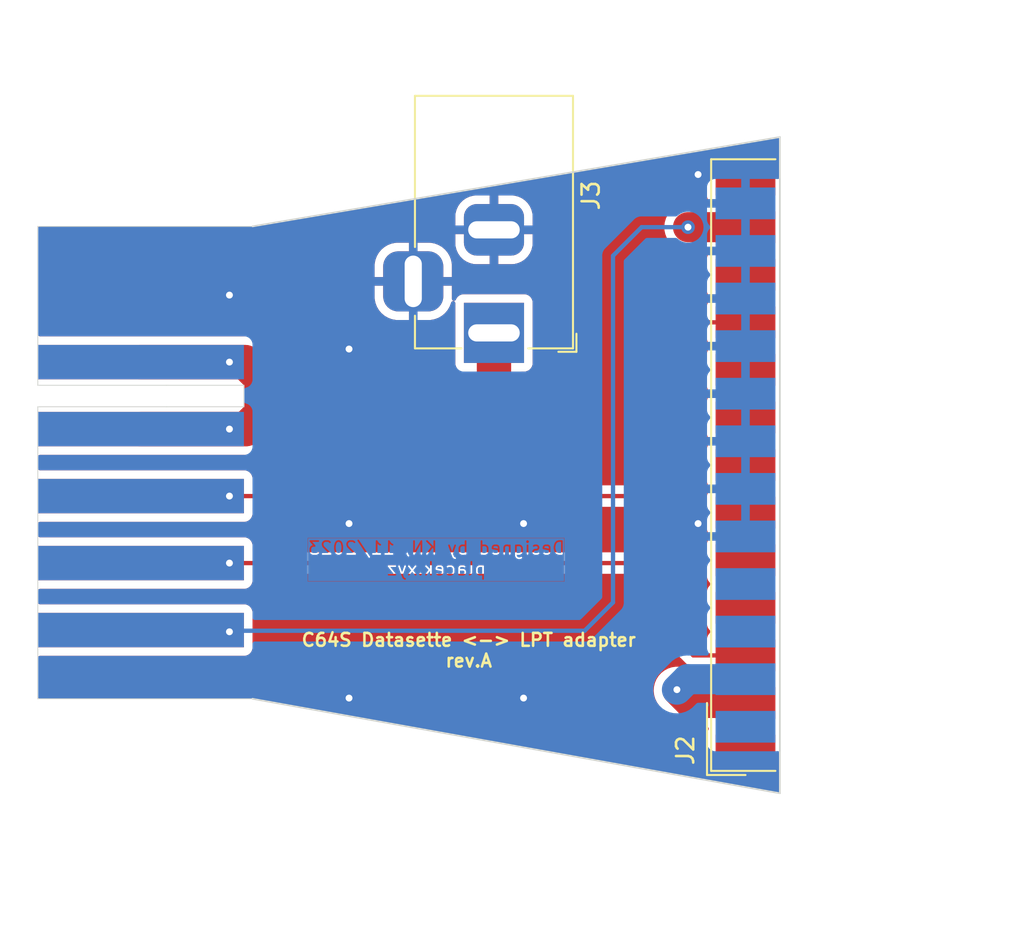
<source format=kicad_pcb>
(kicad_pcb (version 20221018) (generator pcbnew)
  (layers (0 "F.Cu" signal) (31 "B.Cu" signal) (34 "B.Paste" user) (35 "F.Paste" user) (36 "B.SilkS" user "B.Silkscreen") (37 "F.SilkS" user "F.Silkscreen") (38 "B.Mask" user) (39 "F.Mask" user) (44 "Edge.Cuts" user))
  (net 0 "")
  (net 2 "Net-(J1-Read)")
  (net 9 "Net-(J1-Write)")
  (net 11 "Net-(J1-Sense)")
  (net 16 "GND")
  (net 17 "+5V")
  (net 18 "Net-(J2-P15)")
  (footprint "Connector_Dsub:DSUB-25_Male_EdgeMount_P2.77mm" (layer "F.Cu") (at 165.0425 97.895 90)
    (fp_text reference "J2" (at -16.605 -3.5 90) (layer "F.SilkS"))
    (fp_text value "DB25_Plug" hide)
    (fp_line (start -18.043333 -2.24) (end -13.85 -2.24) (stroke (width 0.12)) (layer "F.SilkS"))
    (fp_line (start -18.043333 0) (end -18.043333 -2.24) (stroke (width 0.12)) (layer "F.SilkS"))
    (fp_line (start -17.803333 -2) (end -17.803333 1.74) (stroke (width 0.12)) (layer "F.SilkS"))
    (fp_line (start 17.803333 -2) (end -17.803333 -2) (stroke (width 0.12)) (layer "F.SilkS"))
    (fp_line (start 17.803333 1.74) (end 17.803333 -2) (stroke (width 0.12)) (layer "F.SilkS"))
    (pad "1" smd rect (at -16.62 0 90) (size 1.846667 3.48) (layers "F.Cu" "F.Paste" "F.Mask"))
    (pad "2" smd rect (at -13.85 0 90) (size 1.846667 3.48) (layers "F.Cu" "F.Paste" "F.Mask") (net 18 "Net-(J2-P15)"))
    (pad "3" smd rect (at -11.08 0 90) (size 1.846667 3.48) (layers "F.Cu" "F.Paste" "F.Mask") (net 9 "Net-(J1-Write)"))
    (pad "4" smd rect (at -8.31 0 90) (size 1.846667 3.48) (layers "F.Cu" "F.Paste" "F.Mask"))
    (pad "5" smd rect (at -5.54 0 90) (size 1.846667 3.48) (layers "F.Cu" "F.Paste" "F.Mask"))
    (pad "6" smd rect (at -2.77 0 90) (size 1.846667 3.48) (layers "F.Cu" "F.Paste" "F.Mask"))
    (pad "7" smd rect (at 0 0 90) (size 1.846667 3.48) (layers "F.Cu" "F.Paste" "F.Mask"))
    (pad "8" smd rect (at 2.77 0 90) (size 1.846667 3.48) (layers "F.Cu" "F.Paste" "F.Mask"))
    (pad "9" smd rect (at 5.54 0 90) (size 1.846667 3.48) (layers "F.Cu" "F.Paste" "F.Mask"))
    (pad "10" smd rect (at 8.31 0 90) (size 1.846667 3.48) (layers "F.Cu" "F.Paste" "F.Mask") (net 2 "Net-(J1-Read)"))
    (pad "11" smd rect (at 11.08 0 90) (size 1.846667 3.48) (layers "F.Cu" "F.Paste" "F.Mask"))
    (pad "12" smd rect (at 13.85 0 90) (size 1.846667 3.48) (layers "F.Cu" "F.Paste" "F.Mask") (net 11 "Net-(J1-Sense)"))
    (pad "13" smd rect (at 16.62 0 90) (size 1.846667 3.48) (layers "F.Cu" "F.Paste" "F.Mask"))
    (pad "14" smd rect (at -15.235 0 90) (size 1.846667 3.48) (layers "B.Cu" "B.Paste" "B.Mask"))
    (pad "15" smd rect (at -12.465 0 90) (size 1.846667 3.48) (layers "B.Cu" "B.Paste" "B.Mask") (net 18 "Net-(J2-P15)"))
    (pad "16" smd rect (at -9.695 0 90) (size 1.846667 3.48) (layers "B.Cu" "B.Paste" "B.Mask"))
    (pad "17" smd rect (at -6.925 0 90) (size 1.846667 3.48) (layers "B.Cu" "B.Paste" "B.Mask"))
    (pad "18" smd rect (at -4.155 0 90) (size 1.846667 3.48) (layers "B.Cu" "B.Paste" "B.Mask") (net 16 "GND"))
    (pad "19" smd rect (at -1.385 0 90) (size 1.846667 3.48) (layers "B.Cu" "B.Paste" "B.Mask") (net 16 "GND"))
    (pad "20" smd rect (at 1.385 0 90) (size 1.846667 3.48) (layers "B.Cu" "B.Paste" "B.Mask") (net 16 "GND"))
    (pad "21" smd rect (at 4.155 0 90) (size 1.846667 3.48) (layers "B.Cu" "B.Paste" "B.Mask") (net 16 "GND"))
    (pad "22" smd rect (at 6.925 0 90) (size 1.846667 3.48) (layers "B.Cu" "B.Paste" "B.Mask") (net 16 "GND"))
    (pad "23" smd rect (at 9.695 0 90) (size 1.846667 3.48) (layers "B.Cu" "B.Paste" "B.Mask") (net 16 "GND"))
    (pad "24" smd rect (at 12.465 0 90) (size 1.846667 3.48) (layers "B.Cu" "B.Paste" "B.Mask") (net 16 "GND"))
    (pad "25" smd rect (at 15.235 0 90) (size 1.846667 3.48) (layers "B.Cu" "B.Paste" "B.Mask") (net 16 "GND"))
  )
  (footprint "Connector_BarrelJack:BarrelJack_Horizontal" (layer "F.Cu") (at 150.4 90.2 -90)
    (fp_text reference "J3" (at -8 -5.6425 90) (layer "F.SilkS"))
    (fp_text value "Barrel_Jack_Switch" hide)
    (fp_line (start -13.8 -4.6) (end 0.9 -4.6) (stroke (width 0.12)) (layer "F.SilkS"))
    (fp_line (start -13.8 4.6) (end -13.8 -4.6) (stroke (width 0.12)) (layer "F.SilkS"))
    (fp_line (start -5 4.6) (end -13.8 4.6) (stroke (width 0.12)) (layer "F.SilkS"))
    (fp_line (start 0.05 -4.8) (end 1.1 -4.8) (stroke (width 0.12)) (layer "F.SilkS"))
    (fp_line (start 0.9 -4.6) (end 0.9 -2) (stroke (width 0.12)) (layer "F.SilkS"))
    (fp_line (start 0.9 1.9) (end 0.9 4.6) (stroke (width 0.12)) (layer "F.SilkS"))
    (fp_line (start 0.9 4.6) (end -1 4.6) (stroke (width 0.12)) (layer "F.SilkS"))
    (fp_line (start 1.1 -3.75) (end 1.1 -4.8) (stroke (width 0.12)) (layer "F.SilkS"))
    (pad "1" thru_hole rect (at 0 0 270) (size 3.5 3.5) (drill oval 1 3) (layers "*.Cu" "*.Mask") (net 17 "+5V"))
    (pad "2" thru_hole roundrect (at -6 0 270) (size 3 3.5) (drill oval 1 3) (layers "*.Cu" "*.Mask") (net 16 "GND"))
    (pad "3" thru_hole roundrect (at -3 4.7 270) (size 3.5 3.5) (drill oval 3 1) (layers "*.Cu" "*.Mask") (net 16 "GND"))
  )
  (footprint "C64_Datasette_Connector:C64_Datasette_Connector" (layer "B.Cu") (at 123.8425 84 -90)
    (fp_text reference "J1" hide)
    (fp_text value "DATASETTE PORT" hide)
    (fp_line (start 0 -12.5) (end 0 0) (stroke (width 0.05)) (layer "Edge.Cuts"))
    (fp_line (start 0 0) (end 9.25 0) (stroke (width 0.05)) (layer "Edge.Cuts"))
    (fp_line (start 9.25 -12) (end 10.5 -12) (stroke (width 0.05)) (layer "Edge.Cuts"))
    (fp_line (start 9.25 -7.5) (end 9.25 -12) (stroke (width 0.05)) (layer "Edge.Cuts"))
    (fp_line (start 9.25 0) (end 9.25 -7.5) (stroke (width 0.05)) (layer "Edge.Cuts"))
    (fp_line (start 10.5 -7.5) (end 10.5 -12) (stroke (width 0.05)) (layer "Edge.Cuts"))
    (fp_line (start 10.5 -7.5) (end 10.5 0) (stroke (width 0.05)) (layer "Edge.Cuts"))
    (fp_line (start 10.5 0) (end 27.5 0) (stroke (width 0.05)) (layer "Edge.Cuts"))
    (fp_line (start 27.5 0) (end 27.5 -12.5) (stroke (width 0.05)) (layer "Edge.Cuts"))
    (pad "1" connect rect (at 4 -6 270) (size 2 12) (layers "*.Mask" "F.Cu") (net 16 "GND"))
    (pad "1" connect rect (at 4 -6 90) (size 2 12) (layers "*.Mask" "F.Cu") (net 16 "GND"))
    (pad "2" connect rect (at 7.9 -6 90) (size 2 12) (layers "*.Mask" "F.Cu") (net 17 "+5V"))
    (pad "2" connect rect (at 7.9 -6 270) (size 2 12) (layers "*.Mask" "B.Cu") (net 17 "+5V"))
    (pad "3" connect rect (at 11.8 -6 90) (size 2 12) (layers "*.Mask" "F.Cu") (net 17 "+5V"))
    (pad "3" connect rect (at 11.8 -6 270) (size 2 12) (layers "*.Mask" "B.Cu") (net 17 "+5V"))
    (pad "4" connect rect (at 15.7 -6 90) (size 2 12) (layers "*.Mask" "F.Cu") (net 2 "Net-(J1-Read)"))
    (pad "4" connect rect (at 15.7 -6 270) (size 2 12) (layers "*.Mask" "B.Cu") (net 2 "Net-(J1-Read)"))
    (pad "5" connect rect (at 19.6 -6 90) (size 2 12) (layers "*.Mask" "F.Cu") (net 9 "Net-(J1-Write)"))
    (pad "5" connect rect (at 19.6 -6 270) (size 2 12) (layers "*.Mask" "B.Cu") (net 9 "Net-(J1-Write)"))
    (pad "6" connect rect (at 23.5 -6 90) (size 2 12) (layers "*.Mask" "F.Cu") (net 11 "Net-(J1-Sense)"))
    (pad "6" connect rect (at 23.5 -6 270) (size 2 12) (layers "*.Mask" "B.Cu") (net 11 "Net-(J1-Sense)"))
  )
  (footprint "LOGO" (layer "B.Cu") (at 147.05 97.31 180)
    (fp_text reference "G***" hide)
    (fp_text value "LOGO" hide)
  )
  (gr_line (start 167.0425 117) (end 167.0425 78.8) (stroke (width 0.1)) (layer "Edge.Cuts"))
  (gr_line (start 136.3425 111.5) (end 167.0425 117) (stroke (width 0.1)) (layer "Edge.Cuts"))
  (gr_line (start 167.0425 78.8) (end 136.3425 84) (stroke (width 0.1)) (layer "Edge.Cuts"))
  (gr_text "Designed by KN, 11/2023\nplacek.xyz\n" (at 147.05 103.33) (layer "B.Cu" knockout) (effects (font (size 0.75 0.75) (thickness 0.1)) (justify mirror)))
  (gr_text "C64S Datasette <-> LPT adapter\nrev.A" (at 148.93 108.68) (layer "F.SilkS") (effects (font (size 0.75 0.75))))
  (segment (start 162.485 89.585) (end 160.97 91.1) (width 0.25) (layer "F.Cu") (net 2))
  (segment (start 165.0425 89.585) (end 162.485 89.585) (width 0.25) (layer "F.Cu") (net 2))
  (segment (start 159.43 99.7) (end 129.8425 99.7) (width 0.25) (layer "F.Cu") (net 2))
  (segment (start 160.97 91.1) (end 160.97 98.16) (width 0.25) (layer "F.Cu") (net 2))
  (segment (start 160.97 98.16) (end 159.43 99.7) (width 0.25) (layer "F.Cu") (net 2))
  (via (at 135 99.7) (size 0.8) (drill 0.4) (layers "F.Cu" "B.Cu") (net 2))
  (segment (start 159.37 103.6) (end 129.8425 103.6) (width 0.25) (layer "F.Cu") (net 9))
  (segment (start 160.91 107.88) (end 160.91 105.14) (width 0.25) (layer "F.Cu") (net 9))
  (segment (start 160.91 105.14) (end 159.37 103.6) (width 0.25) (layer "F.Cu") (net 9))
  (segment (start 165.0425 108.975) (end 162.005 108.975) (width 0.25) (layer "F.Cu") (net 9))
  (segment (start 162.005 108.975) (end 160.91 107.88) (width 0.25) (layer "F.Cu") (net 9))
  (via (at 135 103.6) (size 0.8) (drill 0.4) (layers "F.Cu" "B.Cu") (net 9))
  (segment (start 161.695 84.045) (end 165.0425 84.045) (width 1.75) (layer "F.Cu") (net 11))
  (via (at 161.695 84.045) (size 0.8) (drill 0.4) (layers "F.Cu" "B.Cu") (net 11))
  (via (at 135 107.6) (size 0.8) (drill 0.4) (layers "F.Cu" "B.Cu") (net 11))
  (segment (start 157.33 85.71) (end 158.995 84.045) (width 0.25) (layer "B.Cu") (net 11))
  (segment (start 157.33 105.89) (end 157.33 85.71) (width 0.25) (layer "B.Cu") (net 11))
  (segment (start 129.8425 107.5) (end 129.8825 107.54) (width 0.25) (layer "B.Cu") (net 11))
  (segment (start 155.68 107.54) (end 157.33 105.89) (width 0.25) (layer "B.Cu") (net 11))
  (segment (start 129.8825 107.54) (end 155.68 107.54) (width 0.25) (layer "B.Cu") (net 11))
  (segment (start 158.995 84.045) (end 161.695 84.045) (width 0.25) (layer "B.Cu") (net 11))
  (via (at 141.9625 91.14) (size 0.8) (drill 0.4) (layers "F.Cu" "B.Cu") (net 16))
  (via (at 141.9625 111.46) (size 0.8) (drill 0.4) (layers "F.Cu" "B.Cu") (net 16))
  (via (at 141.9625 101.3) (size 0.8) (drill 0.4) (layers "F.Cu" "B.Cu") (net 16))
  (via (at 162.2825 101.3) (size 0.8) (drill 0.4) (layers "F.Cu" "B.Cu") (net 16))
  (via (at 152.1225 111.46) (size 0.8) (drill 0.4) (layers "F.Cu" "B.Cu") (net 16))
  (via (at 152.1225 101.3) (size 0.8) (drill 0.4) (layers "F.Cu" "B.Cu") (net 16))
  (via (at 135 88) (size 0.8) (drill 0.4) (layers "F.Cu" "B.Cu") (net 16))
  (via (at 162.2825 80.98) (size 0.8) (drill 0.4) (layers "F.Cu" "B.Cu") (net 16))
  (segment (start 150.4 93.2) (end 149.7 93.9) (width 2) (layer "F.Cu") (net 17))
  (segment (start 136.8425 94.914214) (end 136.8425 93.9) (width 2) (layer "F.Cu") (net 17))
  (segment (start 135.956714 95.8) (end 136.8425 94.914214) (width 2) (layer "F.Cu") (net 17))
  (segment (start 150.4 91) (end 150.4 93.2) (width 2) (layer "F.Cu") (net 17))
  (segment (start 129.8425 95.8) (end 135.956714 95.8) (width 2) (layer "F.Cu") (net 17))
  (segment (start 135.906714 91.9) (end 129.8425 91.9) (width 2) (layer "F.Cu") (net 17))
  (segment (start 136.8425 92.835786) (end 135.906714 91.9) (width 2) (layer "F.Cu") (net 17))
  (segment (start 136.8425 93.9) (end 136.8425 92.835786) (width 2) (layer "F.Cu") (net 17))
  (segment (start 149.7 93.9) (end 136.8425 93.9) (width 2) (layer "F.Cu") (net 17))
  (via (at 135 91.9) (size 0.8) (drill 0.4) (layers "F.Cu" "B.Cu") (net 17))
  (via (at 135 95.8) (size 0.8) (drill 0.4) (layers "F.Cu" "B.Cu") (net 17))
  (segment (start 161.815 111.745) (end 165.0425 111.745) (width 1.75) (layer "F.Cu") (net 18))
  (segment (start 161.08 111.01) (end 161.815 111.745) (width 1.75) (layer "F.Cu") (net 18))
  (via (at 161.05 110.97) (size 0.8) (drill 0.4) (layers "F.Cu" "B.Cu") (net 18))
  (segment (start 161.66 110.36) (end 165.0425 110.36) (width 1.75) (layer "B.Cu") (net 18))
  (segment (start 161.05 110.97) (end 161.66 110.36) (width 1.75) (layer "B.Cu") (net 18))
  (zone (net 16) (net_name "GND") (layers "F&B.Cu") (connect_pads (clearance 0.5)) (min_thickness 0.25) (fill yes (thermal_gap 0.5) (thermal_bridge_width 0.5))
    (polygon (pts (xy 169.0425 117.5) (xy 121.9425 117.4) (xy 121.6425 78.1) (xy 168.9425 78)))
  )
)
</source>
